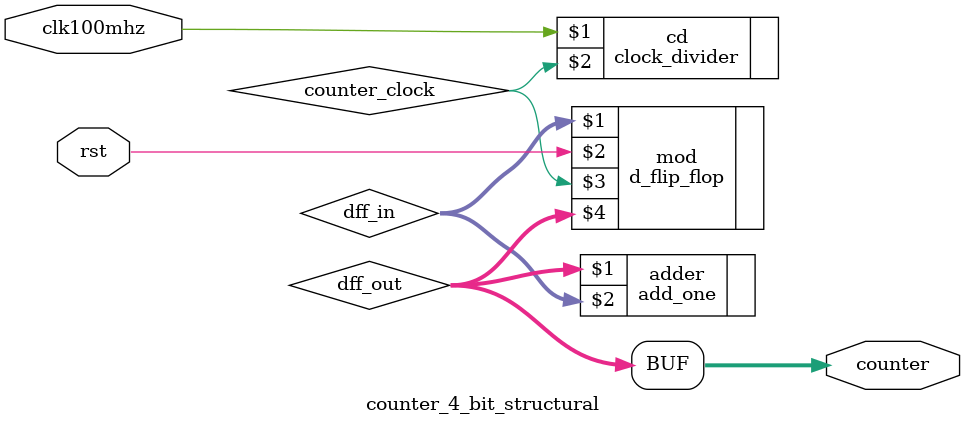
<source format=v>
`timescale 1ns / 1ps

/*
	* Assignment-5
	* Problem - 1
	* Semester - 5 (Autumn)
	* Group - 56
	* Group members - Utsav Mehta (20CS10069) and Vibhu (20CS10072)
*/

module counter_4_bit_structural(clk100mhz, rst, counter);
	input clk100mhz, rst;
	output [3:0] counter;
	
	wire [3:0] dff_in;
	wire [3:0] dff_out;
	
	wire counter_clock;
	clock_divider cd(clk100mhz, counter_clock);
	
	add_one adder(dff_out, dff_in);
	
	d_flip_flop mod(dff_in, rst, counter_clock, dff_out);
	
	assign counter = dff_out;
	
endmodule

</source>
